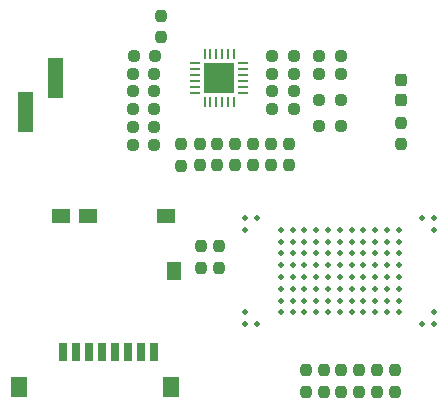
<source format=gbr>
%TF.GenerationSoftware,KiCad,Pcbnew,9.0.2*%
%TF.CreationDate,2025-06-22T16:31:42+02:00*%
%TF.ProjectId,Board,426f6172-642e-46b6-9963-61645f706362,rev?*%
%TF.SameCoordinates,Original*%
%TF.FileFunction,Paste,Bot*%
%TF.FilePolarity,Positive*%
%FSLAX46Y46*%
G04 Gerber Fmt 4.6, Leading zero omitted, Abs format (unit mm)*
G04 Created by KiCad (PCBNEW 9.0.2) date 2025-06-22 16:31:42*
%MOMM*%
%LPD*%
G01*
G04 APERTURE LIST*
G04 Aperture macros list*
%AMRoundRect*
0 Rectangle with rounded corners*
0 $1 Rounding radius*
0 $2 $3 $4 $5 $6 $7 $8 $9 X,Y pos of 4 corners*
0 Add a 4 corners polygon primitive as box body*
4,1,4,$2,$3,$4,$5,$6,$7,$8,$9,$2,$3,0*
0 Add four circle primitives for the rounded corners*
1,1,$1+$1,$2,$3*
1,1,$1+$1,$4,$5*
1,1,$1+$1,$6,$7*
1,1,$1+$1,$8,$9*
0 Add four rect primitives between the rounded corners*
20,1,$1+$1,$2,$3,$4,$5,0*
20,1,$1+$1,$4,$5,$6,$7,0*
20,1,$1+$1,$6,$7,$8,$9,0*
20,1,$1+$1,$8,$9,$2,$3,0*%
%AMFreePoly0*
4,1,5,0.635001,-1.715011,-0.635001,-1.715011,-0.635001,1.715011,0.635001,1.715011,0.635001,-1.715011,0.635001,-1.715011,$1*%
G04 Aperture macros list end*
%ADD10RoundRect,0.237500X0.237500X-0.287500X0.237500X0.287500X-0.237500X0.287500X-0.237500X-0.287500X0*%
%ADD11RoundRect,0.237500X0.237500X-0.250000X0.237500X0.250000X-0.237500X0.250000X-0.237500X-0.250000X0*%
%ADD12RoundRect,0.237500X-0.237500X0.250000X-0.237500X-0.250000X0.237500X-0.250000X0.237500X0.250000X0*%
%ADD13R,0.800000X1.500000*%
%ADD14R,1.400000X1.700000*%
%ADD15R,1.500000X1.150013*%
%ADD16R,1.300000X1.500000*%
%ADD17RoundRect,0.237500X0.250000X0.237500X-0.250000X0.237500X-0.250000X-0.237500X0.250000X-0.237500X0*%
%ADD18RoundRect,0.237500X-0.250000X-0.237500X0.250000X-0.237500X0.250000X0.237500X-0.250000X0.237500X0*%
%ADD19C,0.500381*%
%ADD20R,0.250013X0.849987*%
%ADD21R,0.849987X0.250013*%
%ADD22R,2.500000X2.500000*%
%ADD23FreePoly0,0.000000*%
G04 APERTURE END LIST*
D10*
%TO.C,U4*%
X102550000Y-73250000D03*
X102550000Y-71500000D03*
%TD*%
D11*
%TO.C,R26*%
X85650509Y-87421710D03*
X85650509Y-85596710D03*
%TD*%
%TO.C,R3*%
X82250000Y-67912500D03*
X82250000Y-66087500D03*
%TD*%
D12*
%TO.C,R4*%
X94500000Y-96087500D03*
X94500000Y-97912500D03*
%TD*%
D13*
%TO.C,U1*%
X73943548Y-94587567D03*
X75043625Y-94587567D03*
X76143701Y-94587567D03*
X77243777Y-94587567D03*
X78343599Y-94587567D03*
X79443675Y-94587567D03*
X80543752Y-94587567D03*
X81643574Y-94587567D03*
D14*
X70193739Y-97487490D03*
D15*
X73743650Y-83012510D03*
X82643574Y-83012510D03*
D14*
X83093663Y-97487490D03*
D15*
X76043625Y-83012510D03*
D16*
X83306261Y-87737681D03*
%TD*%
D17*
%TO.C,R18*%
X81662500Y-72500000D03*
X79837500Y-72500000D03*
%TD*%
D11*
%TO.C,R10*%
X102000000Y-97912500D03*
X102000000Y-96087500D03*
%TD*%
%TO.C,R9*%
X99000000Y-97912500D03*
X99000000Y-96087500D03*
%TD*%
D18*
%TO.C,R2*%
X91636268Y-73993112D03*
X93461268Y-73993112D03*
%TD*%
%TO.C,R19*%
X91636268Y-70993112D03*
X93461268Y-70993112D03*
%TD*%
D17*
%TO.C,R22*%
X81662500Y-71000000D03*
X79837500Y-71000000D03*
%TD*%
D19*
%TO.C,U3*%
X89356591Y-83211849D03*
X89356591Y-84211849D03*
X89356591Y-91211849D03*
X89356591Y-92211849D03*
X90356591Y-83211849D03*
X90356591Y-92211849D03*
X92356591Y-84211849D03*
X92356591Y-85211849D03*
X92356591Y-86211849D03*
X92356591Y-87211849D03*
X92356591Y-88211849D03*
X92356591Y-89211849D03*
X92356591Y-90211849D03*
X92356591Y-91211849D03*
X93356591Y-84211849D03*
X93356591Y-85211849D03*
X93356591Y-86211849D03*
X93356591Y-87211849D03*
X93356591Y-88211849D03*
X93356591Y-89211849D03*
X93356591Y-90211849D03*
X93356591Y-91211849D03*
X94356591Y-84211849D03*
X94356591Y-85211849D03*
X94356591Y-86211849D03*
X94356591Y-87211849D03*
X94356591Y-88211849D03*
X94356591Y-89211849D03*
X94356591Y-90211849D03*
X94356591Y-91211849D03*
X95356591Y-84211849D03*
X95356591Y-85211849D03*
X95356591Y-86211849D03*
X95356591Y-87211849D03*
X95356591Y-88211849D03*
X95356591Y-89211849D03*
X95356591Y-90211849D03*
X95356591Y-91211849D03*
X96356591Y-84211849D03*
X96356591Y-85211849D03*
X96356591Y-86211849D03*
X96356591Y-87211849D03*
X96356591Y-88211849D03*
X96356591Y-89211849D03*
X96356591Y-90211849D03*
X96356591Y-91211849D03*
X97356591Y-84211849D03*
X97356591Y-85211849D03*
X97356591Y-86211849D03*
X97356591Y-87211849D03*
X97356591Y-88211849D03*
X97356591Y-89211849D03*
X97356591Y-90211849D03*
X97356591Y-91211849D03*
X98356591Y-84211849D03*
X98356591Y-85211849D03*
X98356591Y-86211849D03*
X98356591Y-87211849D03*
X98356591Y-88211849D03*
X98356591Y-89211849D03*
X98356591Y-90211849D03*
X98356591Y-91211849D03*
X99356591Y-84211849D03*
X99356591Y-85211849D03*
X99356591Y-86211849D03*
X99356591Y-87211849D03*
X99356591Y-88211849D03*
X99356591Y-89211849D03*
X99356591Y-90211849D03*
X99356591Y-91211849D03*
X100356591Y-84211849D03*
X100357607Y-85211849D03*
X100356591Y-86211849D03*
X100356591Y-87211849D03*
X100356591Y-88211849D03*
X100356591Y-89211849D03*
X100356591Y-90211849D03*
X100356591Y-91211849D03*
X101356591Y-84211849D03*
X101356591Y-85211849D03*
X101356591Y-86211849D03*
X101356591Y-87211849D03*
X101356591Y-88211849D03*
X101356591Y-89211849D03*
X101356591Y-90211849D03*
X101356591Y-91211849D03*
X102356591Y-84211849D03*
X102356591Y-85211849D03*
X102356591Y-86211849D03*
X102356591Y-87211849D03*
X102356591Y-88211849D03*
X102356591Y-89211849D03*
X102356591Y-90211849D03*
X102356591Y-91211849D03*
X104356591Y-83211849D03*
X104356591Y-92211849D03*
X105356591Y-83211849D03*
X105356591Y-84211849D03*
X105356591Y-91211849D03*
X105356591Y-92211849D03*
%TD*%
D18*
%TO.C,R23*%
X91636268Y-69493112D03*
X93461268Y-69493112D03*
%TD*%
%TO.C,R7*%
X95636268Y-69500000D03*
X97461268Y-69500000D03*
%TD*%
D11*
%TO.C,R5*%
X91500000Y-78762017D03*
X91500000Y-76937017D03*
%TD*%
D12*
%TO.C,R17*%
X90000000Y-76937017D03*
X90000000Y-78762017D03*
%TD*%
D20*
%TO.C,U2*%
X85905093Y-69324523D03*
X86405778Y-69324523D03*
X86906159Y-69324523D03*
X87406540Y-69324523D03*
X87904381Y-69324523D03*
X88404762Y-69324523D03*
D21*
X89174943Y-70095643D03*
X89174943Y-70593078D03*
X89174943Y-71093459D03*
X89174943Y-71593840D03*
X89174943Y-72094221D03*
X89174943Y-72594602D03*
D20*
X88405067Y-73374511D03*
X87904381Y-73374511D03*
X87406540Y-73374511D03*
X86906159Y-73374511D03*
X86405778Y-73374511D03*
X85905397Y-73374511D03*
D21*
X85124955Y-72594602D03*
X85124955Y-72094221D03*
X85124955Y-71593840D03*
X85124955Y-71093459D03*
X85124955Y-70593078D03*
X85124955Y-70095643D03*
D22*
X87150000Y-71350000D03*
%TD*%
D12*
%TO.C,R30*%
X102575000Y-75162500D03*
X102575000Y-76987500D03*
%TD*%
%TO.C,R1*%
X83950051Y-76987500D03*
X83950051Y-78812500D03*
%TD*%
D17*
%TO.C,R21*%
X81662500Y-75500000D03*
X79837500Y-75500000D03*
%TD*%
D12*
%TO.C,R24*%
X87000000Y-76937017D03*
X87000000Y-78762017D03*
%TD*%
%TO.C,R6*%
X93050000Y-76937017D03*
X93050000Y-78762017D03*
%TD*%
%TO.C,R16*%
X85500000Y-76937017D03*
X85500000Y-78762017D03*
%TD*%
D11*
%TO.C,R15*%
X96000000Y-97912500D03*
X96000000Y-96087500D03*
%TD*%
D18*
%TO.C,R31*%
X79837500Y-77000000D03*
X81662500Y-77000000D03*
%TD*%
%TO.C,R29*%
X79837500Y-74000000D03*
X81662500Y-74000000D03*
%TD*%
%TO.C,R14*%
X95636268Y-73193112D03*
X97461268Y-73193112D03*
%TD*%
D11*
%TO.C,R27*%
X87150433Y-87421710D03*
X87150433Y-85596710D03*
%TD*%
%TO.C,R12*%
X100500000Y-97912500D03*
X100500000Y-96087500D03*
%TD*%
D23*
%TO.C,J3*%
X70779997Y-74259995D03*
X73320003Y-71340005D03*
%TD*%
D18*
%TO.C,R20*%
X91636268Y-72493112D03*
X93461268Y-72493112D03*
%TD*%
%TO.C,R13*%
X95636268Y-75393112D03*
X97461268Y-75393112D03*
%TD*%
%TO.C,R8*%
X95636268Y-71000000D03*
X97461268Y-71000000D03*
%TD*%
%TO.C,R28*%
X79897500Y-69510000D03*
X81722500Y-69510000D03*
%TD*%
D12*
%TO.C,R25*%
X88500000Y-76937017D03*
X88500000Y-78762017D03*
%TD*%
D11*
%TO.C,R11*%
X97500000Y-97912500D03*
X97500000Y-96087500D03*
%TD*%
M02*

</source>
